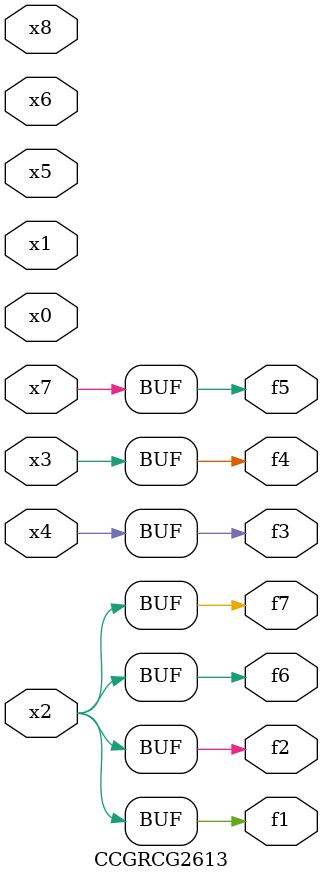
<source format=v>
module CCGRCG2613(
	input x0, x1, x2, x3, x4, x5, x6, x7, x8,
	output f1, f2, f3, f4, f5, f6, f7
);
	assign f1 = x2;
	assign f2 = x2;
	assign f3 = x4;
	assign f4 = x3;
	assign f5 = x7;
	assign f6 = x2;
	assign f7 = x2;
endmodule

</source>
